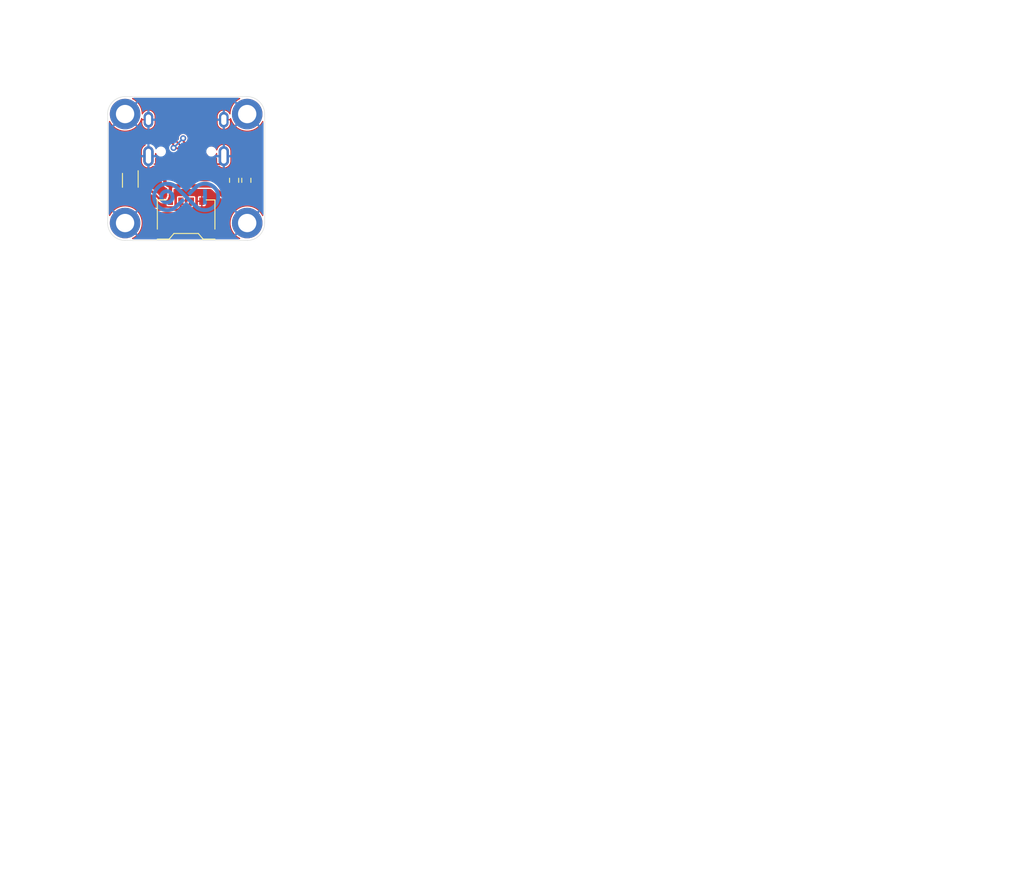
<source format=kicad_pcb>
(kicad_pcb (version 20211014) (generator pcbnew)
  (layers (0 "F.Cu" signal) (31 "B.Cu" signal) (34 "B.Paste" user) (35 "F.Paste" user) (36 "B.SilkS" user "B.Silkscreen") (37 "F.SilkS" user "F.Silkscreen") (38 "B.Mask" user) (39 "F.Mask" user) (44 "Edge.Cuts" user))
  (net 0 "")
  (net 1 "GND")
  (net 2 "DP")
  (net 3 "Net-(J1-PadB5)")
  (net 5 "DN")
  (net 6 "Net-(J1-PadA5)")
  (net 8 "UVCC")
  (net 9 "D-")
  (net 10 "D+")
  (footprint "MountingHole:MountingHole_2.2mm_M2_DIN965_Pad" (layer "F.Cu") (at 47 37)
    (fp_text reference "REF**" hide)
    (fp_text value "MountingHole_2.2mm_M2_DIN965_Pad")
    (pad "1" thru_hole circle locked (at 0 0) (size 3.5 3.5) (drill 2.1) (layers *.Cu *.Mask) (net 1 "GND"))
  )
  (footprint "MountingHole:MountingHole_2.2mm_M2_DIN965_Pad" (layer "F.Cu") (at 61 37)
    (fp_text reference "REF**" hide)
    (fp_text value "MountingHole_2.2mm_M2_DIN965_Pad")
    (pad "1" thru_hole circle locked (at 0 0) (size 3.5 3.5) (drill 2.1) (layers *.Cu *.Mask) (net 1 "GND"))
  )
  (footprint "MountingHole:MountingHole_2.2mm_M2_DIN965_Pad" (layer "F.Cu") (at 47 49.5)
    (fp_text reference "REF**" hide)
    (fp_text value "MountingHole_2.2mm_M2_DIN965_Pad")
    (pad "1" thru_hole circle locked (at 0 0) (size 3.5 3.5) (drill 2.1) (layers *.Cu *.Mask) (net 1 "GND"))
  )
  (footprint "MountingHole:MountingHole_2.2mm_M2_DIN965_Pad" (layer "F.Cu") (at 61 49.5)
    (fp_text reference "REF**" hide)
    (fp_text value "MountingHole_2.2mm_M2_DIN965_Pad")
    (pad "1" thru_hole circle locked (at 0 0) (size 3.5 3.5) (drill 2.1) (layers *.Cu *.Mask) (net 1 "GND"))
  )
  (footprint "u1:USB_C_Receptacle_HRO_TYPE-C-31-M-12" (layer "F.Cu") (at 54 38.7 180)
    (fp_text reference "J1" hide)
    (fp_text value "USB_C_Receptacle_USB2.0")
    (pad "" np_thru_hole circle locked (at -2.89 -2.6 180) (size 0.65 0.65) (drill 0.65) (layers *.Cu *.Mask))
    (pad "" np_thru_hole circle locked (at 2.89 -2.6 180) (size 0.65 0.65) (drill 0.65) (layers *.Cu *.Mask))
    (pad "A1" smd rect locked (at -3.25 -4.045 180) (size 0.6 1.45) (layers "F.Cu" "F.Paste" "F.Mask") (net 1 "GND"))
    (pad "A4" smd rect locked (at -2.45 -4.045 180) (size 0.6 1.45) (layers "F.Cu" "F.Paste" "F.Mask") (net 8 "UVCC"))
    (pad "A5" smd rect locked (at -1.25 -4.045 180) (size 0.3 1.45) (layers "F.Cu" "F.Paste" "F.Mask") (net 6 "Net-(J1-PadA5)"))
    (pad "A6" smd rect locked (at -0.25 -4.045 180) (size 0.3 1.45) (layers "F.Cu" "F.Paste" "F.Mask") (net 2 "DP"))
    (pad "A7" smd rect locked (at 0.25 -4.045 180) (size 0.3 1.45) (layers "F.Cu" "F.Paste" "F.Mask") (net 5 "DN"))
    (pad "A8" smd rect locked (at 1.25 -4.045 180) (size 0.3 1.45) (layers "F.Cu" "F.Paste" "F.Mask"))
    (pad "A9" smd rect locked (at 2.45 -4.045 180) (size 0.6 1.45) (layers "F.Cu" "F.Paste" "F.Mask") (net 8 "UVCC"))
    (pad "A12" smd rect locked (at 3.25 -4.045 180) (size 0.6 1.45) (layers "F.Cu" "F.Paste" "F.Mask") (net 1 "GND"))
    (pad "B1" smd rect locked (at 3.25 -4.045 180) (size 0.6 1.45) (layers "F.Cu" "F.Paste" "F.Mask") (net 1 "GND"))
    (pad "B4" smd rect locked (at 2.45 -4.045 180) (size 0.6 1.45) (layers "F.Cu" "F.Paste" "F.Mask") (net 8 "UVCC"))
    (pad "B5" smd rect locked (at 1.75 -4.045 180) (size 0.3 1.45) (layers "F.Cu" "F.Paste" "F.Mask") (net 3 "Net-(J1-PadB5)"))
    (pad "B6" smd rect locked (at 0.75 -4.045 180) (size 0.3 1.45) (layers "F.Cu" "F.Paste" "F.Mask") (net 2 "DP"))
    (pad "B7" smd rect locked (at -0.75 -4.045 180) (size 0.3 1.45) (layers "F.Cu" "F.Paste" "F.Mask") (net 5 "DN"))
    (pad "B8" smd rect locked (at -1.75 -4.045 180) (size 0.3 1.45) (layers "F.Cu" "F.Paste" "F.Mask"))
    (pad "B9" smd rect locked (at -2.45 -4.045 180) (size 0.6 1.45) (layers "F.Cu" "F.Paste" "F.Mask") (net 8 "UVCC"))
    (pad "B12" smd rect locked (at -3.25 -4.045 180) (size 0.6 1.45) (layers "F.Cu" "F.Paste" "F.Mask") (net 1 "GND"))
    (pad "S1" thru_hole oval locked (at 4.32 -3.13 180) (size 1.2 2.3) (drill oval 0.6 1.7) (layers *.Cu *.Mask "F.Paste") (net 1 "GND"))
    (pad "S1" thru_hole oval locked (at -4.32 1.05 180) (size 1.1 1.8) (drill oval 0.6 1.2) (layers *.Cu *.Mask "F.Paste") (net 1 "GND"))
    (pad "S1" thru_hole oval locked (at 4.32 1.05 180) (size 1.1 1.8) (drill oval 0.6 1.2) (layers *.Cu *.Mask "F.Paste") (net 1 "GND"))
    (pad "S1" thru_hole oval locked (at -4.32 -3.13 180) (size 1.2 2.3) (drill oval 0.6 1.7) (layers *.Cu *.Mask "F.Paste") (net 1 "GND"))
  )
  (footprint "Resistor_SMD:R_0603_1608Metric" (layer "F.Cu") (at 60.9 44.6 90)
    (fp_text reference "R1" hide)
    (fp_text value "5.1k")
    (fp_line (start -0.237258 0.5225) (end 0.237258 0.5225) (layer "F.SilkS") (width 0.12))
    (fp_line (start -0.237258 -0.5225) (end 0.237258 -0.5225) (layer "F.SilkS") (width 0.12))
    (pad "1" smd roundrect locked (at -0.825 0 90) (size 0.8 0.95) (layers "F.Cu" "F.Paste" "F.Mask") (net 6 "Net-(J1-PadA5)"))
    (pad "2" smd roundrect locked (at 0.825 0 90) (size 0.8 0.95) (layers "F.Cu" "F.Paste" "F.Mask") (net 1 "GND"))
  )
  (footprint "Resistor_SMD:R_0603_1608Metric" (layer "F.Cu") (at 59.5 44.6 -90)
    (fp_text reference "R2" hide)
    (fp_text value "5.1k")
    (fp_line (start -0.237258 0.5225) (end 0.237258 0.5225) (layer "F.SilkS") (width 0.12))
    (fp_line (start -0.237258 -0.5225) (end 0.237258 -0.5225) (layer "F.SilkS") (width 0.12))
    (pad "1" smd roundrect locked (at -0.825 0 270) (size 0.8 0.95) (layers "F.Cu" "F.Paste" "F.Mask") (net 1 "GND"))
    (pad "2" smd roundrect locked (at 0.825 0 270) (size 0.8 0.95) (layers "F.Cu" "F.Paste" "F.Mask") (net 3 "Net-(J1-PadB5)"))
  )
  (footprint "Package_TO_SOT_SMD:SOT-666" (layer "F.Cu") (at 47.6 44.6 -90)
    (fp_text reference "U1" hide)
    (fp_text value "USBLC6-2P6")
    (fp_line (start -0.8 0.9) (end 0.8 0.9) (layer "F.SilkS") (width 0.12))
    (fp_line (start 0.8 -0.9) (end -1.1 -0.9) (layer "F.SilkS") (width 0.12))
    (pad "1" smd rect locked (at -0.85 -0.5375 270) (size 0.5 0.375) (layers "F.Cu" "F.Paste" "F.Mask") (net 5 "DN"))
    (pad "2" smd rect locked (at -0.925 0 270) (size 0.65 0.3) (layers "F.Cu" "F.Paste" "F.Mask") (net 1 "GND"))
    (pad "3" smd rect locked (at -0.85 0.5375 270) (size 0.5 0.375) (layers "F.Cu" "F.Paste" "F.Mask") (net 2 "DP"))
    (pad "4" smd rect locked (at 0.85 0.5375 270) (size 0.5 0.375) (layers "F.Cu" "F.Paste" "F.Mask") (net 10 "D+"))
    (pad "5" smd rect locked (at 0.925 0 270) (size 0.65 0.3) (layers "F.Cu" "F.Paste" "F.Mask") (net 8 "UVCC"))
    (pad "6" smd rect locked (at 0.85 -0.5375 270) (size 0.5 0.375) (layers "F.Cu" "F.Paste" "F.Mask") (net 9 "D-"))
  )
  (footprint "u1:molex_781710004" (layer "F.Cu") (at 54 49.3)
    (fp_text reference "J2")
    (fp_text value "Conn_01x06_MountingPin")
    (fp_line (start 3.3 2.05) (end 1.95 2.05) (layer "F.SilkS") (width 0.12))
    (fp_line (start 3.3 0.9) (end 3.3 -2.45) (layer "F.SilkS") (width 0.12))
    (fp_line (start -3.3 0.9) (end -3.3 -2.45) (layer "F.SilkS") (width 0.12))
    (fp_line (start 3.3 -2.45) (end 2.3 -2.45) (layer "F.SilkS") (width 0.12))
    (fp_line (start 1.4 1.4) (end 1.95 2.05) (layer "F.SilkS") (width 0.12))
    (fp_line (start -1.4 1.4) (end 1.4 1.4) (layer "F.SilkS") (width 0.12))
    (fp_line (start -3.3 -2.45) (end -2.3 -2.45) (layer "F.SilkS") (width 0.12))
    (fp_line (start -1.4 1.4) (end -1.95 2.05) (layer "F.SilkS") (width 0.12))
    (fp_line (start -3.3 2.05) (end -1.95 2.05) (layer "F.SilkS") (width 0.12))
    (pad "1" smd rect (at -1.8 -2.3) (size 0.6 0.85) (layers "F.Cu" "F.Paste" "F.Mask") (net 8 "UVCC"))
    (pad "2" smd rect (at -0.6 -2.3) (size 0.6 0.85) (layers "F.Cu" "F.Paste" "F.Mask") (net 9 "D-"))
    (pad "3" smd rect (at 0.6 -2.3) (size 0.6 0.85) (layers "F.Cu" "F.Paste" "F.Mask") (net 10 "D+"))
    (pad "4" smd rect (at 1.8 -2.3) (size 0.6 0.85) (layers "F.Cu" "F.Paste" "F.Mask") (net 1 "GND"))
    (pad "MP" smd rect (at -2.95 1.475) (size 0.7 0.8) (layers "F.Cu" "F.Paste" "F.Mask") (net 1 "GND"))
    (pad "MP" smd rect (at 2.95 1.475) (size 0.7 0.8) (layers "F.Cu" "F.Paste" "F.Mask") (net 1 "GND"))
  )
  (footprint "u1:mini_logo" (layer "B.Cu") (at 54 46.5 180)
    (fp_text reference "G***" hide)
    (fp_text value "LOGO" hide)
    (fp_poly (pts (xy 2.274656 0.862878) (xy 2.376327 0.85068) (xy 2.473042 0.824866) (xy 2.568863 0.785709) (xy 2.693245 0.715167) (xy 2.802177 0.627895) (xy 2.894552 0.525187) (xy 2.969261 0.40834) (xy 3.025198 0.278649) (xy 3.038519 0.236162) (xy 3.057069 0.1456) (xy 3.065868 0.04282) (xy 3.064914 -0.063464) (xy 3.054209 -0.16454) (xy 3.038519 -0.236161) (xy 2.989608 -0.366124) (xy 2.921614 -0.48534) (xy 2.836568 -0.591888) (xy 2.736499 -0.683843) (xy 2.623438 -0.759282) (xy 2.499415 -0.816282) (xy 2.393402 -0.847372) (xy 2.321483 -0.858489) (xy 2.237051 -0.863898) (xy 2.149356 -0.863563) (xy 2.067642 -0.85745) (xy 2.014681 -0.848797) (xy 1.884214 -0.80852) (xy 1.762383 -0.74822) (xy 1.651406 -0.670021) (xy 1.553498 -0.576043) (xy 1.470875 -0.46841) (xy 1.405753 -0.349244) (xy 1.360878 -0.222674) (xy 1.343866 -0.131464) (xy 1.33647 -0.028514) (xy 1.33707 0) (xy 1.772227 0) (xy 1.773094 -0.055525) (xy 1.776688 -0.096127) (xy 1.784495 -0.129939) (xy 1.798003 -0.165096) (xy 1.80541 -0.181522) (xy 1.852301 -0.258236) (xy 1.916006 -0.326388) (xy 1.991279 -0.381583) (xy 2.072876 -0.419427) (xy 2.098207 -0.426842) (xy 2.132308 -0.431923) (xy 2.178999 -0.434541) (xy 2.225437 -0.434202) (xy 2.276147 -0.430007) (xy 2.319036 -0.420448) (xy 2.364714 -0.402646) (xy 2.395108 -0.388181) (xy 2.478323 -0.335598) (xy 2.544286 -0.270545) (xy 2.593007 -0.19589) (xy 2.624493 -0.114502) (xy 2.638755 -0.029249) (xy 2.635799 0.057001) (xy 2.615636 0.141379) (xy 2.578274 0.221017) (xy 2.523722 0.293046) (xy 2.451988 0.354598) (xy 2.392731 0.389337) (xy 2.348161 0.410512) (xy 2.313668 0.423422) (xy 2.280334 0.430072) (xy 2.239243 0.432469) (xy 2.199968 0.432686) (xy 2.14429 0.431435) (xy 2.103179 0.426991) (xy 2.068173 0.417813) (xy 2.030807 0.40236) (xy 2.029083 0.401561) (xy 1.953148 0.355887) (xy 1.884472 0.29491) (xy 1.829174 0.224653) (xy 1.80541 0.181522) (xy 1.78918 0.143517) (xy 1.77925 0.11014) (xy 1.774134 0.073259) (xy 1.772344 0.024739) (xy 1.772227 0) (xy 1.33707 0) (xy 1.338691 0.076927) (xy 1.350527 0.175605) (xy 1.360878 0.222674) (xy 1.399852 0.337978) (xy 1.453695 0.441934) (xy 1.525414 0.539645) (xy 1.587151 0.606345) (xy 1.685693 0.695091) (xy 1.78428 0.763012) (xy 1.887127 0.811994) (xy 1.998446 0.843922) (xy 2.122451 0.860683) (xy 2.160271 0.862927) (xy 2.274656 0.862878)) (layer "B.Cu") (width 0.01) (fill solid))
    (fp_poly (pts (xy -2.011067 1.733319) (xy -1.826497 1.707386) (xy -1.648454 1.664459) (xy -1.481125 1.605752) (xy -1.339273 1.538321) (xy -1.292174 1.512126) (xy -1.248848 1.486673) (xy -1.207549 1.460462) (xy -1.166531 1.43199) (xy -1.124049 1.399756) (xy -1.078357 1.362258) (xy -1.027709 1.317994) (xy -0.97036 1.265463) (xy -0.904564 1.203162) (xy -0.828576 1.12959) (xy -0.740649 1.043246) (xy -0.639039 0.942628) (xy -0.588819 0.892723) (xy -0.121228 0.427739) (xy -0.274064 0.274679) (xy -0.426899 0.121619) (xy -0.874427 0.567035) (xy -0.960999 0.652793) (xy -1.044834 0.735065) (xy -1.124116 0.812122) (xy -1.197029 0.882235) (xy -1.261758 0.943671) (xy -1.316487 0.994703) (xy -1.3594 1.033599) (xy -1.388682 1.058631) (xy -1.397 1.064961) (xy -1.547628 1.157391) (xy -1.703625 1.22744) (xy -1.865793 1.275364) (xy -2.034934 1.301416) (xy -2.159001 1.306775) (xy -2.332645 1.295562) (xy -2.500555 1.262442) (xy -2.661105 1.208194) (xy -2.812669 1.133598) (xy -2.953621 1.039433) (xy -3.082336 0.926479) (xy -3.180046 0.817352) (xy -3.239446 0.733899) (xy -3.297731 0.634994) (xy -3.35113 0.528124) (xy -3.395875 0.420775) (xy -3.425877 0.329046) (xy -3.437311 0.285846) (xy -3.445627 0.248503) (xy -3.451316 0.211929) (xy -3.45487 0.171041) (xy -3.456779 0.120753) (xy -3.457534 0.055981) (xy -3.457639 0) (xy -3.457395 -0.077774) (xy -3.456337 -0.137544) (xy -3.453974 -0.184395) (xy -3.449815 -0.223413) (xy -3.443369 -0.259682) (xy -3.434145 -0.298287) (xy -3.425877 -0.329045) (xy -3.392274 -0.43033) (xy -3.346589 -0.537944) (xy -3.292592 -0.6444) (xy -3.234051 -0.742213) (xy -3.180046 -0.817351) (xy -3.067233 -0.941859) (xy -2.94257 -1.047753) (xy -2.802837 -1.137638) (xy -2.749129 -1.166125) (xy -2.600007 -1.231434) (xy -2.451408 -1.275746) (xy -2.297867 -1.300363) (xy -2.159 -1.306774) (xy -1.984564 -1.296031) (xy -1.817673 -1.263623) (xy -1.657471 -1.209276) (xy -1.503101 -1.132719) (xy -1.397 -1.065034) (xy -1.378301 -1.049484) (xy -1.343951 -1.018144) (xy -1.294563 -0.971616) (xy -1.230751 -0.910501) (xy -1.15313 -0.835399) (xy -1.062312 -0.746911) (xy -0.958913 -0.645639) (xy -0.843544 -0.532183) (xy -0.716821 -0.407144) (xy -0.579357 -0.271123) (xy -0.431765 -0.124722) (xy -0.27466 0.03146) (xy -0.132773 0.172777) (xy 0.033984 0.338993) (xy 0.185286 0.489748) (xy 0.322035 0.625879) (xy 0.445135 0.748223) (xy 0.555487 0.857618) (xy 0.653994 0.9549) (xy 0.741558 1.040906) (xy 0.819082 1.116475) (xy 0.887468 1.182442) (xy 0.947618 1.239646) (xy 1.000436 1.288923) (xy 1.046823 1.33111) (xy 1.087682 1.367044) (xy 1.123915 1.397563) (xy 1.156424 1.423504) (xy 1.186113 1.445704) (xy 1.213884 1.465) (xy 1.240638 1.482228) (xy 1.267279 1.498228) (xy 1.294708 1.513834) (xy 1.323829 1.529885) (xy 1.339272 1.538321) (xy 1.495398 1.611705) (xy 1.66445 1.669553) (xy 1.841396 1.71084) (xy 2.021199 1.734541) (xy 2.198826 1.739629) (xy 2.298491 1.733684) (xy 2.457496 1.713521) (xy 2.601414 1.683727) (xy 2.736906 1.642422) (xy 2.870636 1.587728) (xy 2.946662 1.550843) (xy 3.098194 1.46455) (xy 3.235503 1.366439) (xy 3.365682 1.251341) (xy 3.388247 1.229081) (xy 3.520779 1.081613) (xy 3.632656 0.924825) (xy 3.725132 0.756683) (xy 3.799462 0.575155) (xy 3.808721 0.547865) (xy 3.844979 0.427198) (xy 3.870334 0.314287) (xy 3.886102 0.200747) (xy 3.893598 0.078193) (xy 3.894675 0) (xy 3.891357 -0.131583) (xy 3.880528 -0.249308) (xy 3.860873 -0.361559) (xy 3.831074 -0.476722) (xy 3.808721 -0.547864) (xy 3.736894 -0.731482) (xy 3.647101 -0.901421) (xy 3.538088 -1.059715) (xy 3.408599 -1.208396) (xy 3.388247 -1.22908) (xy 3.239998 -1.36172) (xy 3.079668 -1.47555) (xy 2.908988 -1.569934) (xy 2.72969 -1.644239) (xy 2.543505 -1.697831) (xy 2.352164 -1.730076) (xy 2.1574 -1.74034) (xy 2.011066 -1.733318) (xy 1.826496 -1.707385) (xy 1.648453 -1.664458) (xy 1.481124 -1.605751) (xy 1.339272 -1.53832) (xy 1.292173 -1.512125) (xy 1.248847 -1.486673) (xy 1.207548 -1.460461) (xy 1.16653 -1.431989) (xy 1.124048 -1.399755) (xy 1.078356 -1.362257) (xy 1.027708 -1.317993) (xy 0.970359 -1.265462) (xy 0.904563 -1.203161) (xy 0.828575 -1.12959) (xy 0.740648 -1.043245) (xy 0.639038 -0.942627) (xy 0.588818 -0.892723) (xy 0.121227 -0.427738) (xy 0.274065 -0.274676) (xy 0.426903 -0.121615) (xy 0.880201 -0.573375) (xy 0.986965 -0.679545) (xy 1.079256 -0.770676) (xy 1.158757 -0.848224) (xy 1.227153 -0.913647) (xy 1.286129 -0.9684) (xy 1.337369 -1.01394) (xy 1.382558 -1.051724) (xy 1.42338 -1.083207) (xy 1.46152 -1.109847) (xy 1.498663 -1.133099) (xy 1.536493 -1.15442) (xy 1.575954 -1.174894) (xy 1.718353 -1.234369) (xy 1.871703 -1.276208) (xy 2.031714 -1.300122) (xy 2.194096 -1.305822) (xy 2.354557 -1.293017) (xy 2.508807 -1.261417) (xy 2.571688 -1.242139) (xy 2.732514 -1.175526) (xy 2.88237 -1.089286) (xy 3.019306 -0.984777) (xy 3.141378 -0.863359) (xy 3.180045 -0.817351) (xy 3.239445 -0.733898) (xy 3.29773 -0.634993) (xy 3.351129 -0.528123) (xy 3.395874 -0.420774) (xy 3.425876 -0.329045) (xy 3.43731 -0.285846) (xy 3.445626 -0.248502) (xy 3.451315 -0.211928) (xy 3.454869 -0.17104) (xy 3.456778 -0.120752) (xy 3.457533 -0.05598) (xy 3.457638 0) (xy 3.457394 0.077774) (xy 3.456336 0.137545) (xy 3.453973 0.184396) (xy 3.449814 0.223414) (xy 3.443368 0.259683) (xy 3.434144 0.298288) (xy 3.425876 0.329046) (xy 3.392273 0.430331) (xy 3.346588 0.537945) (xy 3.292591 0.644401) (xy 3.23405 0.742214) (xy 3.180045 0.817352) (xy 3.067232 0.94186) (xy 2.942569 1.047754) (xy 2.802836 1.137639) (xy 2.749128 1.166125) (xy 2.600006 1.231435) (xy 2.451407 1.275747) (xy 2.297866 1.300363) (xy 2.159 1.306775) (xy 1.984529 1.296027) (xy 1.817602 1.263604) (xy 1.657378 1.209241) (xy 1.503018 1.13267) (xy 1.397 1.065012) (xy 1.378328 1.04948) (xy 1.344011 1.018167) (xy 1.294668 0.97168) (xy 1.230921 0.910626) (xy 1.153389 0.835614) (xy 1.062693 0.74725) (xy 0.959454 0.646143) (xy 0.844292 0.532899) (xy 0.717828 0.408127) (xy 0.580682 0.272433) (xy 0.433475 0.126426) (xy 0.276827 -0.029288) (xy 0.132772 -0.172753) (xy -0.034006 -0.338981) (xy -0.185329 -0.489747) (xy -0.322099 -0.62589) (xy -0.445219 -0.748245) (xy -0.55559 -0.857651) (xy -0.654116 -0.954945) (xy -0.741697 -1.040962) (xy -0.819238 -1.116542) (xy -0.88764 -1.182519) (xy -0.947805 -1.239732) (xy -1.000635 -1.289017) (xy -1.047034 -1.331212) (xy -1.087903 -1.367154) (xy -1.124144 -1.397679) (xy -1.156661 -1.423625) (xy -1.186354 -1.445829) (xy -1.214127 -1.465128) (xy -1.240882 -1.482358) (xy -1.267522 -1.498357) (xy -1.294947 -1.513963) (xy -1.324062 -1.530011) (xy -1.339273 -1.53832) (xy -1.498138 -1.612906) (xy -1.669802 -1.671167) (xy -1.84994 -1.712268) (xy -2.034224 -1.735373) (xy -2.21833 -1.739647) (xy -2.339664 -1.731534) (xy -2.536558 -1.699364) (xy -2.726752 -1.645393) (xy -2.908832 -1.5703) (xy -3.081384 -1.47476) (xy -3.242996 -1.359453) (xy -3.388248 -1.22908) (xy -3.52078 -1.081612) (xy -3.632657 -0.924824) (xy -3.725133 -0.756683) (xy -3.799463 -0.575154) (xy -3.808722 -0.547864) (xy -3.84498 -0.427197) (xy -3.870335 -0.314286) (xy -3.886103 -0.200747) (xy -3.893599 -0.078193) (xy -3.894676 0) (xy -3.891358 0.131584) (xy -3.880529 0.249308) (xy -3.860874 0.36156) (xy -3.831075 0.476723) (xy -3.808722 0.547865) (xy -3.736895 0.731483) (xy -3.647102 0.901422) (xy -3.538089 1.059716) (xy -3.4086 1.208397) (xy -3.388248 1.229081) (xy -3.239999 1.361721) (xy -3.079669 1.475551) (xy -2.908989 1.569935) (xy -2.729691 1.64424) (xy -2.543506 1.697832) (xy -2.352165 1.730077) (xy -2.157401 1.740341) (xy -2.011067 1.733319)) (layer "B.Cu") (width 0.01) (fill solid))
    (fp_poly (pts (xy -1.939637 -0.865909) (xy -2.378364 -0.865909) (xy -2.378364 0.865909) (xy -1.939637 0.865909) (xy -1.939637 -0.865909)) (layer "B.Cu") (width 0) (fill solid))
  )
  (gr_line (start 61 35) (end 47 35) (layer "Edge.Cuts") (width 0.05))
  (gr_arc (start 45 37) (mid 45.585786 35.585786) (end 47 35) (layer "Edge.Cuts") (width 0.05))
  (gr_arc (start 63 49.5) (mid 62.414214 50.914214) (end 61 51.5) (layer "Edge.Cuts") (width 0.05))
  (gr_line (start 63 49.5) (end 63 37) (layer "Edge.Cuts") (width 0.05))
  (gr_arc (start 47 51.5) (mid 45.585786 50.914214) (end 45 49.5) (layer "Edge.Cuts") (width 0.05))
  (gr_line (start 47 51.5) (end 61 51.5) (layer "Edge.Cuts") (width 0.05))
  (gr_line (start 45 37) (end 45 49.5) (layer "Edge.Cuts") (width 0.05))
  (gr_arc (start 61 35) (mid 62.414214 35.585786) (end 63 37) (layer "Edge.Cuts") (width 0.05))
  (segment (start 58.32 42.309687) (end 58.32 41.83) (width 0.2) (layer "F.Cu") (net 1))
  (segment (start 57.884687 42.745) (end 57.25 42.745) (width 0.2) (layer "F.Cu") (net 1))
  (segment (start 49.68 43.306907) (end 49.68 41.83) (width 0.25) (layer "F.Cu") (net 1))
  (segment (start 48.636907 44.35) (end 48.069454 44.35) (width 0.25) (layer "F.Cu") (net 1))
  (segment (start 47.6 43.880545) (end 47.6 43.675) (width 0.25) (layer "F.Cu") (net 1))
  (segment (start 49.440931 43.884067) (end 49.214067 44.110932) (width 0.25) (layer "F.Cu") (net 1))
  (arc (start 49.68 43.306907) (mid 49.617867 43.619263) (end 49.440931 43.884067) (width 0.25) (layer "F.Cu") (net 1))
  (arc (start 58.1925 42.6175) (mid 58.051274 42.711863) (end 57.884687 42.745) (width 0.2) (layer "F.Cu") (net 1))
  (arc (start 58.32 42.309687) (mid 58.286863 42.476274) (end 58.1925 42.6175) (width 0.2) (layer "F.Cu") (net 1))
  (arc (start 47.6 43.880545) (mid 47.635735 44.060197) (end 47.7375 44.2125) (width 0.25) (layer "F.Cu") (net 1))
  (arc (start 47.7375 44.2125) (mid 47.889801 44.314264) (end 48.069454 44.35) (width 0.25) (layer "F.Cu") (net 1))
  (arc (start 49.214067 44.110932) (mid 48.949263 44.287868) (end 48.636907 44.35) (width 0.25) (layer "F.Cu") (net 1))
  (segment (start 54.25 43.530545) (end 54.25 43.09647) (width 0.2) (layer "F.Cu") (net 2))
  (segment (start 47.589067 41.035932) (end 48.635932 39.989067) (width 0.2) (layer "F.Cu") (net 2))
  (segment (start 52.739067 39.989067) (end 54.010932 41.260932) (width 0.2) (layer "F.Cu") (net 2))
  (segment (start 52.161907 39.75) (end 49.213092 39.75) (width 0.2) (layer "F.Cu") (net 2))
  (segment (start 54.25 42.39353) (end 54.25 43.09647) (width 0.2) (layer "F.Cu") (net 2))
  (segment (start 53.719454 44) (end 53.780545 44) (width 0.2) (layer "F.Cu") (net 2))
  (segment (start 47.35 41.613092) (end 47.35 42.721706) (width 0.2) (layer "F.Cu") (net 2))
  (segment (start 54.25 41.838092) (end 54.25 42.39353) (width 0.2) (layer "F.Cu") (net 2))
  (segment (start 53.25 43.530545) (end 53.25 42.745) (width 0.2) (layer "F.Cu") (net 2))
  (segment (start 47.0625 43.415793) (end 47.0625 43.75) (width 0.2) (layer "F.Cu") (net 2))
  (arc (start 47.35 42.721706) (mid 47.31264 42.909525) (end 47.20625 43.06875) (width 0.2) (layer "F.Cu") (net 2))
  (arc (start 52.739067 39.989067) (mid 52.474263 39.812131) (end 52.161907 39.75) (width 0.2) (layer "F.Cu") (net 2))
  (arc (start 54.1125 43.8625) (mid 53.960197 43.964264) (end 53.780545 44) (width 0.2) (layer "F.Cu") (net 2))
  (arc (start 47.589067 41.035932) (mid 47.412131 41.300735) (end 47.35 41.613092) (width 0.2) (layer "F.Cu") (net 2))
  (arc (start 47.20625 43.06875) (mid 47.099859 43.227974) (end 47.0625 43.415793) (width 0.2) (layer "F.Cu") (net 2))
  (arc (start 53.3875 43.8625) (mid 53.539801 43.964264) (end 53.719454 44) (width 0.2) (layer "F.Cu") (net 2))
  (arc (start 53.25 43.530545) (mid 53.285735 43.710197) (end 53.3875 43.8625) (width 0.2) (layer "F.Cu") (net 2))
  (arc (start 54.010932 41.260932) (mid 54.187868 41.525735) (end 54.25 41.838092) (width 0.2) (layer "F.Cu") (net 2))
  (arc (start 49.213092 39.75) (mid 48.900735 39.812131) (end 48.635932 39.989067) (width 0.2) (layer "F.Cu") (net 2))
  (arc (start 54.25 43.530545) (mid 54.214264 43.710197) (end 54.1125 43.8625) (width 0.2) (layer "F.Cu") (net 2))
  (segment (start 58.663092 45.425) (end 59.5 45.425) (width 0.2) (layer "F.Cu") (net 3))
  (segment (start 53.398092 44.6) (end 57.161907 44.6) (width 0.2) (layer "F.Cu") (net 3))
  (segment (start 58.085932 45.185932) (end 57.739067 44.839067) (width 0.2) (layer "F.Cu") (net 3))
  (segment (start 52.25 43.451907) (end 52.25 42.745) (width 0.2) (layer "F.Cu") (net 3))
  (segment (start 52.820932 44.360932) (end 52.489067 44.029067) (width 0.2) (layer "F.Cu") (net 3))
  (arc (start 58.085932 45.185932) (mid 58.350735 45.362868) (end 58.663092 45.425) (width 0.2) (layer "F.Cu") (net 3))
  (arc (start 52.820932 44.360932) (mid 53.085735 44.537868) (end 53.398092 44.6) (width 0.2) (layer "F.Cu") (net 3))
  (arc (start 52.25 43.451907) (mid 52.312131 43.764263) (end 52.489067 44.029067) (width 0.2) (layer "F.Cu") (net 3))
  (arc (start 57.739067 44.839067) (mid 57.474263 44.662131) (end 57.161907 44.6) (width 0.2) (layer "F.Cu") (net 3))
  (segment (start 47.875 42.739384) (end 47.875 41.763092) (width 0.2) (layer "F.Cu") (net 5))
  (segment (start 52.56 40.88) (end 52.76 40.88) (width 0.2) (layer "F.Cu") (net 5))
  (segment (start 53.510932 41.430932) (end 53.101421 41.021421) (width 0.2) (layer "F.Cu") (net 5))
  (segment (start 53.75 42.008092) (end 53.75 42.745) (width 0.2) (layer "F.Cu") (net 5))
  (segment (start 52.56 40.88) (end 52.56 40.677989) (width 0.2) (layer "F.Cu") (net 5))
  (segment (start 49.438092 40.2) (end 52.08201 40.2) (width 0.2) (layer "F.Cu") (net 5))
  (segment (start 53.66 39.78) (end 53.66 39.945) (width 0.2) (layer "F.Cu") (net 5))
  (segment (start 54.510932 40.960932) (end 53.776672 40.226672) (width 0.2) (layer "F.Cu") (net 5))
  (segment (start 48.1375 43.373115) (end 48.1375 43.75) (width 0.2) (layer "F.Cu") (net 5))
  (segment (start 54.75 41.538092) (end 54.75 42.745) (width 0.2) (layer "F.Cu") (net 5))
  (segment (start 48.860932 40.439067) (end 48.114067 41.185932) (width 0.2) (layer "F.Cu") (net 5))
  (via (at 52.56 40.88) (size 0.7) (drill 0.35) (layers "F.Cu" "B.Cu") (net 5))
  (via (at 53.66 39.78) (size 0.7) (drill 0.35) (layers "F.Cu" "B.Cu") (net 5))
  (arc (start 52.42 40.34) (mid 52.264928 40.236384) (end 52.08201 40.2) (width 0.2) (layer "F.Cu") (net 5))
  (arc (start 48.114067 41.185932) (mid 47.937131 41.450735) (end 47.875 41.763092) (width 0.2) (layer "F.Cu") (net 5))
  (arc (start 48.00625 43.05625) (mid 48.103389 43.201629) (end 48.1375 43.373115) (width 0.2) (layer "F.Cu") (net 5))
  (arc (start 53.66 39.945) (mid 53.690322 40.097439) (end 53.776672 40.226672) (width 0.2) (layer "F.Cu") (net 5))
  (arc (start 54.510932 40.960932) (mid 54.687868 41.225735) (end 54.75 41.538092) (width 0.2) (layer "F.Cu") (net 5))
  (arc (start 49.438092 40.2) (mid 49.125735 40.262131) (end 48.860932 40.439067) (width 0.2) (layer "F.Cu") (net 5))
  (arc (start 53.510932 41.430932) (mid 53.687868 41.695735) (end 53.75 42.008092) (width 0.2) (layer "F.Cu") (net 5))
  (arc (start 52.42 40.34) (mid 52.523615 40.49507) (end 52.56 40.677989) (width 0.2) (layer "F.Cu") (net 5))
  (arc (start 53.101421 41.021421) (mid 52.944775 40.916754) (end 52.76 40.88) (width 0.2) (layer "F.Cu") (net 5))
  (arc (start 47.875 42.739384) (mid 47.90911 42.91087) (end 48.00625 43.05625) (width 0.2) (layer "F.Cu") (net 5))
  (segment (start 53.66 39.78) (end 52.56 40.88) (width 0.2) (layer "B.Cu") (net 5))
  (segment (start 58.638092 44.6) (end 60.600001 44.6) (width 0.2) (layer "F.Cu") (net 6))
  (segment (start 55.719454 44) (end 57.361907 44) (width 0.2) (layer "F.Cu") (net 6))
  (segment (start 55.25 43.530545) (end 55.25 42.745) (width 0.2) (layer "F.Cu") (net 6))
  (segment (start 60.9 44.899998) (end 60.9 45.425) (width 0.2) (layer "F.Cu") (net 6))
  (segment (start 58.060932 44.360932) (end 57.939067 44.239067) (width 0.2) (layer "F.Cu") (net 6))
  (arc (start 55.25 43.530545) (mid 55.285735 43.710197) (end 55.3875 43.8625) (width 0.2) (layer "F.Cu") (net 6))
  (arc (start 57.939067 44.239067) (mid 57.674263 44.062131) (end 57.361907 44) (width 0.2) (layer "F.Cu") (net 6))
  (arc (start 60.9 44.899998) (mid 60.812132 44.687867) (end 60.600001 44.6) (width 0.2) (layer "F.Cu") (net 6))
  (arc (start 55.3875 43.8625) (mid 55.539801 43.964264) (end 55.719454 44) (width 0.2) (layer "F.Cu") (net 6))
  (arc (start 58.060932 44.360932) (mid 58.325735 44.537868) (end 58.638092 44.6) (width 0.2) (layer "F.Cu") (net 6))
  (segment (start 56.701907 45.24) (end 52.2 45.24) (width 0.4) (layer "F.Cu") (net 8))
  (segment (start 59.061907 39.9) (end 57.238092 39.9) (width 0.4) (layer "F.Cu") (net 8))
  (segment (start 59.639067 40.139067) (end 61.820932 42.320932) (width 0.4) (layer "F.Cu") (net 8))
  (segment (start 58.708092 46.57) (end 60.691907 46.57) (width 0.4) (layer "F.Cu") (net 8))
  (segment (start 57.279067 45.479067) (end 58.130932 46.330932) (width 0.4) (layer "F.Cu") (net 8))
  (segment (start 48.060918 44.85) (end 48.711907 44.85) (width 0.25) (layer "F.Cu") (net 8))
  (segment (start 50.960932 46.760932) (end 49.289067 45.089067) (width 0.25) (layer "F.Cu") (net 8))
  (segment (start 51.55 44.590004) (end 51.55 42.780355) (width 0.4) (layer "F.Cu") (net 8))
  (segment (start 62.06 42.898092) (end 62.06 45.201907) (width 0.4) (layer "F.Cu") (net 8))
  (segment (start 47.6 45.310918) (end 47.6 45.525) (width 0.25) (layer "F.Cu") (net 8))
  (segment (start 51.525 42.77) (end 51.5 42.795) (width 0.4) (layer "F.Cu") (net 8))
  (segment (start 56.45 42.22552) (end 56.45 42.745) (width 0.4) (layer "F.Cu") (net 8))
  (segment (start 61.820932 45.779067) (end 61.269067 46.330932) (width 0.4) (layer "F.Cu") (net 8))
  (segment (start 52.2 45.24) (end 52.2 46.700001) (width 0.4) (layer "F.Cu") (net 8))
  (segment (start 56.660931 40.139067) (end 56.264067 40.535932) (width 0.4) (layer "F.Cu") (net 8))
  (segment (start 56.025 41.199479) (end 56.025 41.113092) (width 0.4) (layer "F.Cu") (net 8))
  (segment (start 51.538092 47) (end 51.900001 47) (width 0.25) (layer "F.Cu") (net 8))
  (arc (start 49.289067 45.089067) (mid 49.024263 44.912131) (end 48.711907 44.85) (width 0.25) (layer "F.Cu") (net 8))
  (arc (start 57.279067 45.479067) (mid 57.014263 45.302131) (end 56.701907 45.24) (width 0.4) (layer "F.Cu") (net 8))
  (arc (start 51.55 42.780355) (mid 51.540959 42.766825) (end 51.525 42.77) (width 0.4) (layer "F.Cu") (net 8))
  (arc (start 58.130932 46.330932) (mid 58.395735 46.507868) (end 58.708092 46.57) (width 0.4) (layer "F.Cu") (net 8))
  (arc (start 48.060918 44.85) (mid 47.884532 44.885085) (end 47.735 44.985) (width 0.25) (layer "F.Cu") (net 8))
  (arc (start 52.2 46.700001) (mid 52.112132 46.912132) (end 51.900001 47) (width 0.4) (layer "F.Cu") (net 8))
  (arc (start 62.06 45.201907) (mid 61.997868 45.514263) (end 61.820932 45.779067) (width 0.4) (layer "F.Cu") (net 8))
  (arc (start 56.2375 41.7125) (mid 56.394773 41.947875) (end 56.45 42.22552) (width 0.4) (layer "F.Cu") (net 8))
  (arc (start 51.55 44.590004) (mid 51.740379 45.049621) (end 52.2 45.24) (width 0.4) (layer "F.Cu") (net 8))
  (arc (start 50.960932 46.760932) (mid 51.225735 46.937868) (end 51.538092 47) (width 0.25) (layer "F.Cu") (net 8))
  (arc (start 57.238092 39.9) (mid 56.925735 39.962131) (end 56.660931 40.139067) (width 0.4) (layer "F.Cu") (net 8))
  (arc (start 61.269067 46.330932) (mid 61.004263 46.507868) (end 60.691907 46.57) (width 0.4) (layer "F.Cu") (net 8))
  (arc (start 61.820932 42.320932) (mid 61.997868 42.585735) (end 62.06 42.898092) (width 0.4) (layer "F.Cu") (net 8))
  (arc (start 47.735 44.985) (mid 47.635085 45.134532) (end 47.6 45.310918) (width 0.25) (layer "F.Cu") (net 8))
  (arc (start 56.264067 40.535932) (mid 56.087131 40.800735) (end 56.025 41.113092) (width 0.4) (layer "F.Cu") (net 8))
  (arc (start 56.025 41.199479) (mid 56.080226 41.477124) (end 56.2375 41.7125) (width 0.4) (layer "F.Cu") (net 8))
  (arc (start 59.639067 40.139067) (mid 59.374263 39.962131) (end 59.061907 39.9) (width 0.4) (layer "F.Cu") (net 8))
  (segment (start 48.1375 45.75625) (end 48.1375 45.45) (width 0.2) (layer "F.Cu") (net 9))
  (segment (start 49.835932 47.760932) (end 48.354051 46.279051) (width 0.2) (layer "F.Cu") (net 9))
  (segment (start 53.4 47.402512) (end 53.4 47) (width 0.2) (layer "F.Cu") (net 9))
  (segment (start 50.413092 48) (end 52.802512 48) (width 0.2) (layer "F.Cu") (net 9))
  (arc (start 53.225 47.825) (mid 53.03116 47.954518) (end 52.802512 48) (width 0.2) (layer "F.Cu") (net 9))
  (arc (start 53.4 47.402512) (mid 53.354518 47.63116) (end 53.225 47.825) (width 0.2) (layer "F.Cu") (net 9))
  (arc (start 48.1375 45.75625) (mid 48.193779 46.039187) (end 48.354051 46.279051) (width 0.2) (layer "F.Cu") (net 9))
  (arc (start 49.835932 47.760932) (mid 50.100735 47.937868) (end 50.413092 48) (width 0.2) (layer "F.Cu") (net 9))
  (segment (start 47.0625 45.78125) (end 47.0625 45.45) (width 0.2) (layer "F.Cu") (net 10))
  (segment (start 47.296729 46.346729) (end 49.480932 48.530932) (width 0.2) (layer "F.Cu") (net 10))
  (segment (start 54.430294 47.649705) (end 53.549067 48.530932) (width 0.2) (layer "F.Cu") (net 10))
  (segment (start 52.971907 48.77) (end 50.058092 48.77) (width 0.2) (layer "F.Cu") (net 10))
  (segment (start 54.6 47.24) (end 54.6 47) (width 0.2) (layer "F.Cu") (net 10))
  (arc (start 53.549067 48.530932) (mid 53.284263 48.707868) (end 52.971907 48.77) (width 0.2) (layer "F.Cu") (net 10))
  (arc (start 47.0625 45.78125) (mid 47.123374 46.087285) (end 47.296729 46.346729) (width 0.2) (layer "F.Cu") (net 10))
  (arc (start 49.480932 48.530932) (mid 49.745735 48.707868) (end 50.058092 48.77) (width 0.2) (layer "F.Cu") (net 10))
  (arc (start 54.6 47.24) (mid 54.555894 47.46173) (end 54.430294 47.649705) (width 0.2) (layer "F.Cu") (net 10))
  (zone (net 1) (net_name "GND") (layer "F.Cu") (connect_pads (clearance 0.15)) (min_thickness 0.15) (fill yes (thermal_gap 0.15) (thermal_bridge_width 0.15))
    (polygon (pts (xy 63 51.5) (xy 45 51.5) (xy 45 35) (xy 63 35)))
  )
  (zone (net 1) (net_name "GND") (layer "B.Cu") (connect_pads (clearance 0.127)) (min_thickness 0.127) (fill yes (thermal_gap 0.254) (thermal_bridge_width 0.254))
    (polygon (pts (xy 63 51.5) (xy 45 51.5) (xy 45 35) (xy 63 35)))
  )
)
</source>
